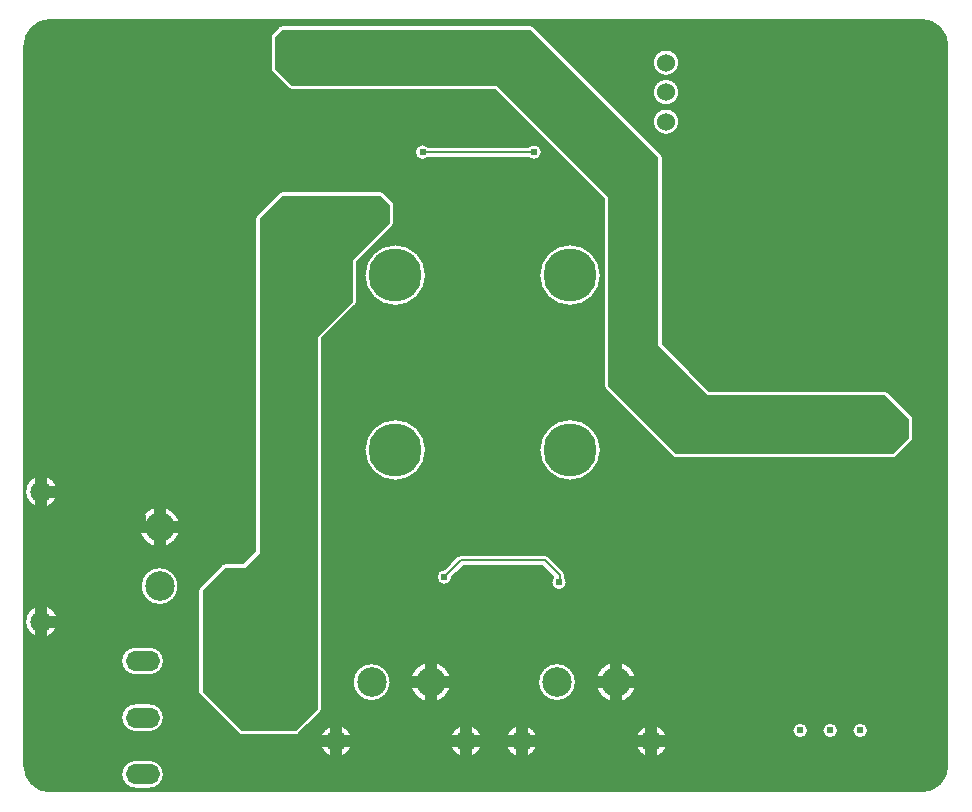
<source format=gbl>
G04 Layer: BottomLayer*
G04 EasyEDA Pro v2.1.21.9b64d12f.b3811b, 2024-07-11 20:19:00*
G04 Gerber Generator version 0.3*
G04 Scale: 100 percent, Rotated: No, Reflected: No*
G04 Dimensions in millimeters*
G04 Leading zeros omitted, absolute positions, 3 integers and 3 decimals*
%FSLAX33Y33*%
%MOMM*%
%ADD8191C,0.203*%
%ADD10C,1.016*%
%ADD11C,1.524*%
%ADD12C,2.5*%
%ADD13C,1.8*%
%ADD14C,4.5*%
%ADD15O,2.9X1.7*%
%ADD16C,0.61*%
%ADD17C,0.2040*%
%ADD18C,0.203*%
G75*


G04 Copper Start*
G36*
G01X38151Y-92098D02*
G02X35969Y-89916I0J2182D01*
G01Y-28956D01*
G02X38151Y-26774I2182J0D01*
G01X111938D01*
G02X114120Y-28956I0J-2182D01*
G01Y-89916D01*
G02X111938Y-92098I-2182J0D01*
G01X38151D01*
G37*
%LPC*%
G36*
G01X90921Y-63787D02*
G03X91174Y-63892I253J253D01*
G01X109536D01*
G03X109789Y-63787I0J358D01*
G01X111138Y-62438D01*
G03X111243Y-62185I-253J253D01*
G01Y-60594D01*
G03X111138Y-60341I-358J0D01*
G01X109086Y-58288D01*
G03X108833Y-58184I-253J-253D01*
G01X93968D01*
G01X90011Y-54227D01*
G01Y-38403D01*
G03X89906Y-38150I-358J0D01*
G01X79098Y-27342D01*
G03X78845Y-27237I-253J-253D01*
G01X57774D01*
G03X57521Y-27342I0J-358D01*
G01X56929Y-27934D01*
G03X56824Y-28188I253J-253D01*
G01Y-30918D01*
G03X56929Y-31171I358J0D01*
G01X58348Y-32590D01*
G03X58601Y-32695I253J253D01*
G01X75829D01*
G01X85036Y-41902D01*
G01Y-57754D01*
G03X85141Y-58007I358J0D01*
G01X90921Y-63787D01*
G37*
G36*
G01X54103Y-87248D02*
G03X54356Y-87353I253J253D01*
G01X58928D01*
G03X59181Y-87248I0J358D01*
G01X61086Y-85343D01*
G03X61191Y-85090I-253J253D01*
G01Y-53742D01*
G01X64007Y-50926D01*
G03X64112Y-50673I-253J253D01*
G01Y-47265D01*
G01X67174Y-44203D01*
G03X67279Y-43950I-253J253D01*
G01Y-42443D01*
G03X67174Y-42190I-358J0D01*
G01X66387Y-41403D01*
G03X66134Y-41298I-253J-253D01*
G01X57788D01*
G03X57534Y-41403I0J-358D01*
G01X55627Y-43310D01*
G03X55522Y-43564I253J-253D01*
G01Y-71734D01*
G01X54462Y-72794D01*
G01X52959D01*
G03X52706Y-72899I0J-358D01*
G01X50801Y-74804D01*
G03X50696Y-75057I253J-253D01*
G01Y-83693D01*
G03X50801Y-83946I358J0D01*
G01X54103Y-87248D01*
G37*
G36*
G01X80572Y-74402D02*
G03X81234Y-75065I663J0D01*
G03X81897Y-74402I0J663D01*
G03X81740Y-73973I-663J0D01*
G01Y-73787D01*
G03X81605Y-73462I-460J0D01*
G01X80335Y-72192D01*
G03X80010Y-72057I-325J-325D01*
G01X72967D01*
G03X72642Y-72192I0J-460D01*
G01X71545Y-73289D01*
G01X71532D01*
G03X70869Y-73952I0J-663D01*
G03X71532Y-74615I663J0D01*
G03X72195Y-73952I0J663D01*
G01Y-73939D01*
G01X73158Y-72977D01*
G01X79820D01*
G01X80771Y-73928D01*
G03X80572Y-74402I464J-474D01*
G37*
G36*
G01X79561Y-48387D02*
G03X82169Y-50995I2608J0D01*
G03X84777Y-48387I0J2608D01*
G03X82169Y-45779I-2608J0D01*
G03X79561Y-48387I0J-2608D01*
G37*
G36*
G01X82169Y-65795D02*
G03X84777Y-63187I0J2608D01*
G03X82169Y-60579I-2608J0D01*
G03X79561Y-63187I0J-2608D01*
G03X82169Y-65795I2608J0D01*
G37*
G36*
G01X67369Y-50995D02*
G03X69977Y-48387I0J2608D01*
G03X67369Y-45779I-2608J0D01*
G03X64761Y-48387I0J-2608D01*
G03X67369Y-50995I2608J0D01*
G37*
G36*
G01X64761Y-63187D02*
G03X67369Y-65795I2608J0D01*
G03X69977Y-63187I0J2608D01*
G03X67369Y-60579I-2608J0D01*
G03X64761Y-63187I0J-2608D01*
G37*
G36*
G01X78643Y-38433D02*
G03X79121Y-38636I478J460D01*
G03X79784Y-37973I0J663D01*
G03X79121Y-37310I-663J0D01*
G03X78643Y-37513I0J-663D01*
G01X70158D01*
G03X69680Y-37310I-478J-460D01*
G03X69017Y-37973I0J-663D01*
G03X69680Y-38636I663J0D01*
G03X70158Y-38433I0J663D01*
G01X78643D01*
G37*
G36*
G01X70369Y-84579D02*
G03X72104Y-82844I0J1735D01*
G03X70369Y-81109I-1735J0D01*
G03X68634Y-82844I0J-1735D01*
G03X70369Y-84579I1735J0D01*
G37*
G36*
G01X47418Y-71449D02*
G03X49153Y-69714I0J1735D01*
G03X47418Y-67979I-1735J0D01*
G03X45683Y-69714I0J-1735D01*
G03X47418Y-71449I1735J0D01*
G37*
G36*
G01X86066Y-84579D02*
G03X87801Y-82844I0J1735D01*
G03X86066Y-81109I-1735J0D01*
G03X84331Y-82844I0J-1735D01*
G03X86066Y-84579I1735J0D01*
G37*
G36*
G01X47418Y-76322D02*
G03X49026Y-74714I0J1608D01*
G03X47418Y-73106I-1608J0D01*
G03X45810Y-74714I0J-1608D01*
G03X47418Y-76322I1608J0D01*
G37*
G36*
G01X81066Y-84452D02*
G03X82674Y-82844I0J1608D01*
G03X81066Y-81236I-1608J0D01*
G03X79458Y-82844I0J-1608D01*
G03X81066Y-84452I1608J0D01*
G37*
G36*
G01X63761Y-82844D02*
G03X65369Y-84452I1608J0D01*
G03X66977Y-82844I0J1608D01*
G03X65369Y-81236I-1608J0D01*
G03X63761Y-82844I0J-1608D01*
G37*
G36*
G01X44166Y-81052D02*
G03X45374Y-82260I1208J0D01*
G01X46574D01*
G03X47782Y-81052I0J1208D01*
G03X46574Y-79844I-1208J0D01*
G01X45374D01*
G03X44166Y-81052I0J-1208D01*
G37*
G36*
G01X44166Y-90652D02*
G03X45374Y-91860I1208J0D01*
G01X46574D01*
G03X47782Y-90652I0J1208D01*
G03X46574Y-89444I-1208J0D01*
G01X45374D01*
G03X44166Y-90652I0J-1208D01*
G37*
G36*
G01X44166Y-85852D02*
G03X45374Y-87060I1208J0D01*
G01X46574D01*
G03X47782Y-85852I0J1208D01*
G03X46574Y-84644I-1208J0D01*
G01X45374D01*
G03X44166Y-85852I0J-1208D01*
G37*
G36*
G01X87681Y-87844D02*
G03X89066Y-89229I1385J0D01*
G03X90451Y-87844I0J1385D01*
G03X89066Y-86459I-1385J0D01*
G03X87681Y-87844I0J-1385D01*
G37*
G36*
G01X37418Y-79099D02*
G03X38803Y-77714I0J1385D01*
G03X37418Y-76329I-1385J0D01*
G03X36033Y-77714I0J-1385D01*
G03X37418Y-79099I1385J0D01*
G37*
G36*
G01X76681Y-87844D02*
G03X78066Y-89229I1385J0D01*
G03X79451Y-87844I0J1385D01*
G03X78066Y-86459I-1385J0D01*
G03X76681Y-87844I0J-1385D01*
G37*
G36*
G01X60984Y-87844D02*
G03X62369Y-89229I1385J0D01*
G03X63754Y-87844I0J1385D01*
G03X62369Y-86459I-1385J0D01*
G03X60984Y-87844I0J-1385D01*
G37*
G36*
G01X71984Y-87844D02*
G03X73369Y-89229I1385J0D01*
G03X74754Y-87844I0J1385D01*
G03X73369Y-86459I-1385J0D01*
G03X71984Y-87844I0J-1385D01*
G37*
G36*
G01X37418Y-68099D02*
G03X38803Y-66714I0J1385D01*
G03X37418Y-65329I-1385J0D01*
G03X36033Y-66714I0J-1385D01*
G03X37418Y-68099I1385J0D01*
G37*
G36*
G01X89177Y-32893D02*
G03X90297Y-34013I1120J0D01*
G03X91417Y-32893I0J1120D01*
G03X90297Y-31773I-1120J0D01*
G03X89177Y-32893I0J-1120D01*
G37*
G36*
G01X90297Y-31513D02*
G03X91417Y-30393I0J1120D01*
G03X90297Y-29273I-1120J0D01*
G03X89177Y-30393I0J-1120D01*
G03X90297Y-31513I1120J0D01*
G37*
G36*
G01X89177Y-35393D02*
G03X90297Y-36513I1120J0D01*
G03X91417Y-35393I0J1120D01*
G03X90297Y-34273I-1120J0D01*
G03X89177Y-35393I0J-1120D01*
G37*
G36*
G01X106739Y-87599D02*
G03X107402Y-86936I0J663D01*
G03X106739Y-86273I-663J0D01*
G03X106076Y-86936I0J-663D01*
G03X106739Y-87599I663J0D01*
G37*
G36*
G01X104199Y-87599D02*
G03X104862Y-86936I0J663D01*
G03X104199Y-86273I-663J0D01*
G03X103536Y-86936I0J-663D01*
G03X104199Y-87599I663J0D01*
G37*
G36*
G01X100996Y-86936D02*
G03X101659Y-87599I663J0D01*
G03X102322Y-86936I0J663D01*
G03X101659Y-86273I-663J0D01*
G03X100996Y-86936I0J-663D01*
G37*
%LPD*%
G36*
G01X54356Y-86995D02*
G01X51054Y-83693D01*
G01Y-75057D01*
G01X52959Y-73152D01*
G01X54610D01*
G01X55880Y-71882D01*
G01Y-43564D01*
G01X57788Y-41656D01*
G01X66134D01*
G01X66921Y-42443D01*
G01Y-43950D01*
G01X63754Y-47117D01*
G01Y-50673D01*
G01X60833Y-53594D01*
G01Y-85090D01*
G01X58928Y-86995D01*
G01X54356D01*
G37*
G36*
G01X91174Y-63534D02*
G01X85395Y-57754D01*
G01Y-41754D01*
G01X75977Y-32337D01*
G01X58601D01*
G01X57182Y-30918D01*
G01Y-28188D01*
G01X57774Y-27596D01*
G01X78845D01*
G01X89653Y-38403D01*
G01Y-54375D01*
G01X93819Y-58542D01*
G01X108833D01*
G01X110885Y-60594D01*
G01Y-62185D01*
G01X109536Y-63534D01*
G01X91174D01*
G37*
G54D8191*
G01X38151Y-92098D02*
G02X35969Y-89916I0J2182D01*
G01Y-28956D01*
G02X38151Y-26774I2182J0D01*
G01X111938D01*
G02X114120Y-28956I0J-2182D01*
G01Y-89916D01*
G02X111938Y-92098I-2182J0D01*
G01X38151D01*
G01X90921Y-63787D02*
G03X91174Y-63892I253J253D01*
G01X109536D01*
G03X109789Y-63787I0J358D01*
G01X111138Y-62438D01*
G03X111243Y-62185I-253J253D01*
G01Y-60594D01*
G03X111138Y-60341I-358J0D01*
G01X109086Y-58288D01*
G03X108833Y-58184I-253J-253D01*
G01X93968D01*
G01X90011Y-54227D01*
G01Y-38403D01*
G03X89906Y-38150I-358J0D01*
G01X79098Y-27342D01*
G03X78845Y-27237I-253J-253D01*
G01X57774D01*
G03X57521Y-27342I0J-358D01*
G01X56929Y-27934D01*
G03X56824Y-28188I253J-253D01*
G01Y-30918D01*
G03X56929Y-31171I358J0D01*
G01X58348Y-32590D01*
G03X58601Y-32695I253J253D01*
G01X75829D01*
G01X85036Y-41902D01*
G01Y-57754D01*
G03X85141Y-58007I358J0D01*
G01X90921Y-63787D01*
G01X54103Y-87248D02*
G03X54356Y-87353I253J253D01*
G01X58928D01*
G03X59181Y-87248I0J358D01*
G01X61086Y-85343D01*
G03X61191Y-85090I-253J253D01*
G01Y-53742D01*
G01X64007Y-50926D01*
G03X64112Y-50673I-253J253D01*
G01Y-47265D01*
G01X67174Y-44203D01*
G03X67279Y-43950I-253J253D01*
G01Y-42443D01*
G03X67174Y-42190I-358J0D01*
G01X66387Y-41403D01*
G03X66134Y-41298I-253J-253D01*
G01X57788D01*
G03X57534Y-41403I0J-358D01*
G01X55627Y-43310D01*
G03X55522Y-43564I253J-253D01*
G01Y-71734D01*
G01X54462Y-72794D01*
G01X52959D01*
G03X52706Y-72899I0J-358D01*
G01X50801Y-74804D01*
G03X50696Y-75057I253J-253D01*
G01Y-83693D01*
G03X50801Y-83946I358J0D01*
G01X54103Y-87248D01*
G01X80572Y-74402D02*
G03X81234Y-75065I663J0D01*
G03X81897Y-74402I0J663D01*
G03X81740Y-73973I-663J0D01*
G01Y-73787D01*
G03X81605Y-73462I-460J0D01*
G01X80335Y-72192D01*
G03X80010Y-72057I-325J-325D01*
G01X72967D01*
G03X72642Y-72192I0J-460D01*
G01X71545Y-73289D01*
G01X71532D01*
G03X70869Y-73952I0J-663D01*
G03X71532Y-74615I663J0D01*
G03X72195Y-73952I0J663D01*
G01Y-73939D01*
G01X73158Y-72977D01*
G01X79820D01*
G01X80771Y-73928D01*
G03X80572Y-74402I464J-474D01*
G01X79561Y-48387D02*
G03X82169Y-50995I2608J0D01*
G03X84777Y-48387I0J2608D01*
G03X82169Y-45779I-2608J0D01*
G03X79561Y-48387I0J-2608D01*
G01X82169Y-65795D02*
G03X84777Y-63187I0J2608D01*
G03X82169Y-60579I-2608J0D01*
G03X79561Y-63187I0J-2608D01*
G03X82169Y-65795I2608J0D01*
G01X67369Y-50995D02*
G03X69977Y-48387I0J2608D01*
G03X67369Y-45779I-2608J0D01*
G03X64761Y-48387I0J-2608D01*
G03X67369Y-50995I2608J0D01*
G01X64761Y-63187D02*
G03X67369Y-65795I2608J0D01*
G03X69977Y-63187I0J2608D01*
G03X67369Y-60579I-2608J0D01*
G03X64761Y-63187I0J-2608D01*
G01X78643Y-38433D02*
G03X79121Y-38636I478J460D01*
G03X79784Y-37973I0J663D01*
G03X79121Y-37310I-663J0D01*
G03X78643Y-37513I0J-663D01*
G01X70158D01*
G03X69680Y-37310I-478J-460D01*
G03X69017Y-37973I0J-663D01*
G03X69680Y-38636I663J0D01*
G03X70158Y-38433I0J663D01*
G01X78643D01*
G01X70369Y-84579D02*
G03X72104Y-82844I0J1735D01*
G03X70369Y-81109I-1735J0D01*
G03X68634Y-82844I0J-1735D01*
G03X70369Y-84579I1735J0D01*
G01X47418Y-71449D02*
G03X49153Y-69714I0J1735D01*
G03X47418Y-67979I-1735J0D01*
G03X45683Y-69714I0J-1735D01*
G03X47418Y-71449I1735J0D01*
G01X86066Y-84579D02*
G03X87801Y-82844I0J1735D01*
G03X86066Y-81109I-1735J0D01*
G03X84331Y-82844I0J-1735D01*
G03X86066Y-84579I1735J0D01*
G01X47418Y-76322D02*
G03X49026Y-74714I0J1608D01*
G03X47418Y-73106I-1608J0D01*
G03X45810Y-74714I0J-1608D01*
G03X47418Y-76322I1608J0D01*
G01X81066Y-84452D02*
G03X82674Y-82844I0J1608D01*
G03X81066Y-81236I-1608J0D01*
G03X79458Y-82844I0J-1608D01*
G03X81066Y-84452I1608J0D01*
G01X63761Y-82844D02*
G03X65369Y-84452I1608J0D01*
G03X66977Y-82844I0J1608D01*
G03X65369Y-81236I-1608J0D01*
G03X63761Y-82844I0J-1608D01*
G01X44166Y-81052D02*
G03X45374Y-82260I1208J0D01*
G01X46574D01*
G03X47782Y-81052I0J1208D01*
G03X46574Y-79844I-1208J0D01*
G01X45374D01*
G03X44166Y-81052I0J-1208D01*
G01X44166Y-90652D02*
G03X45374Y-91860I1208J0D01*
G01X46574D01*
G03X47782Y-90652I0J1208D01*
G03X46574Y-89444I-1208J0D01*
G01X45374D01*
G03X44166Y-90652I0J-1208D01*
G01X44166Y-85852D02*
G03X45374Y-87060I1208J0D01*
G01X46574D01*
G03X47782Y-85852I0J1208D01*
G03X46574Y-84644I-1208J0D01*
G01X45374D01*
G03X44166Y-85852I0J-1208D01*
G01X87681Y-87844D02*
G03X89066Y-89229I1385J0D01*
G03X90451Y-87844I0J1385D01*
G03X89066Y-86459I-1385J0D01*
G03X87681Y-87844I0J-1385D01*
G01X37418Y-79099D02*
G03X38803Y-77714I0J1385D01*
G03X37418Y-76329I-1385J0D01*
G03X36033Y-77714I0J-1385D01*
G03X37418Y-79099I1385J0D01*
G01X76681Y-87844D02*
G03X78066Y-89229I1385J0D01*
G03X79451Y-87844I0J1385D01*
G03X78066Y-86459I-1385J0D01*
G03X76681Y-87844I0J-1385D01*
G01X60984Y-87844D02*
G03X62369Y-89229I1385J0D01*
G03X63754Y-87844I0J1385D01*
G03X62369Y-86459I-1385J0D01*
G03X60984Y-87844I0J-1385D01*
G01X71984Y-87844D02*
G03X73369Y-89229I1385J0D01*
G03X74754Y-87844I0J1385D01*
G03X73369Y-86459I-1385J0D01*
G03X71984Y-87844I0J-1385D01*
G01X37418Y-68099D02*
G03X38803Y-66714I0J1385D01*
G03X37418Y-65329I-1385J0D01*
G03X36033Y-66714I0J-1385D01*
G03X37418Y-68099I1385J0D01*
G01X89177Y-32893D02*
G03X90297Y-34013I1120J0D01*
G03X91417Y-32893I0J1120D01*
G03X90297Y-31773I-1120J0D01*
G03X89177Y-32893I0J-1120D01*
G01X90297Y-31513D02*
G03X91417Y-30393I0J1120D01*
G03X90297Y-29273I-1120J0D01*
G03X89177Y-30393I0J-1120D01*
G03X90297Y-31513I1120J0D01*
G01X89177Y-35393D02*
G03X90297Y-36513I1120J0D01*
G03X91417Y-35393I0J1120D01*
G03X90297Y-34273I-1120J0D01*
G03X89177Y-35393I0J-1120D01*
G01X106739Y-87599D02*
G03X107402Y-86936I0J663D01*
G03X106739Y-86273I-663J0D01*
G03X106076Y-86936I0J-663D01*
G03X106739Y-87599I663J0D01*
G01X104199Y-87599D02*
G03X104862Y-86936I0J663D01*
G03X104199Y-86273I-663J0D01*
G03X103536Y-86936I0J-663D01*
G03X104199Y-87599I663J0D01*
G01X100996Y-86936D02*
G03X101659Y-87599I663J0D01*
G03X102322Y-86936I0J663D01*
G03X101659Y-86273I-663J0D01*
G03X100996Y-86936I0J-663D01*
G54D10*
G01X37418Y-77714D02*
G01X37418Y-76428D01*
G01X37418Y-77714D02*
G01X37418Y-79000D01*
G01X37418Y-77714D02*
G01X38704Y-77714D01*
G01X37418Y-66714D02*
G01X37418Y-65428D01*
G01X37418Y-66714D02*
G01X37418Y-68000D01*
G01X37418Y-66714D02*
G01X38704Y-66714D01*
G01X47418Y-69714D02*
G01X47418Y-68078D01*
G01X47418Y-69714D02*
G01X47418Y-71350D01*
G01X47418Y-69714D02*
G01X49054Y-69714D01*
G01X47418Y-69714D02*
G01X45782Y-69714D01*
G01X62369Y-87844D02*
G01X61083Y-87844D01*
G01X62369Y-87844D02*
G01X63655Y-87844D01*
G01X62369Y-87844D02*
G01X62369Y-86558D01*
G01X62369Y-87844D02*
G01X62369Y-89130D01*
G01X70369Y-82844D02*
G01X68733Y-82844D01*
G01X70369Y-82844D02*
G01X72005Y-82844D01*
G01X70369Y-82844D02*
G01X70369Y-81208D01*
G01X70369Y-82844D02*
G01X70369Y-84480D01*
G01X73369Y-87844D02*
G01X72083Y-87844D01*
G01X73369Y-87844D02*
G01X74655Y-87844D01*
G01X73369Y-87844D02*
G01X73369Y-86558D01*
G01X73369Y-87844D02*
G01X73369Y-89130D01*
G01X78066Y-87844D02*
G01X76780Y-87844D01*
G01X78066Y-87844D02*
G01X79352Y-87844D01*
G01X78066Y-87844D02*
G01X78066Y-86558D01*
G01X78066Y-87844D02*
G01X78066Y-89130D01*
G01X86066Y-82844D02*
G01X84430Y-82844D01*
G01X86066Y-82844D02*
G01X87702Y-82844D01*
G01X86066Y-82844D02*
G01X86066Y-81208D01*
G01X86066Y-82844D02*
G01X86066Y-84480D01*
G01X89066Y-87844D02*
G01X87780Y-87844D01*
G01X89066Y-87844D02*
G01X90352Y-87844D01*
G01X89066Y-87844D02*
G01X89066Y-86558D01*
G01X89066Y-87844D02*
G01X89066Y-89130D01*
G04 Copper End*

G04 Pad Start*
G54D11*
G01X90297Y-32893D03*
G01X90297Y-30393D03*
G01X90297Y-35393D03*
G54D12*
G01X47418Y-69714D03*
G01X47418Y-74714D03*
G54D13*
G01X37418Y-77714D03*
G01X37418Y-66714D03*
G01X62369Y-87844D03*
G01X73369Y-87844D03*
G54D12*
G01X70369Y-82844D03*
G01X65369Y-82844D03*
G54D13*
G01X78066Y-87844D03*
G01X89066Y-87844D03*
G54D12*
G01X86066Y-82844D03*
G01X81066Y-82844D03*
G54D14*
G01X82169Y-63187D03*
G01X67369Y-63187D03*
G01X67369Y-48387D03*
G01X82169Y-48387D03*
G54D15*
G01X45974Y-81052D03*
G01X45974Y-85852D03*
G01X45974Y-90652D03*
G04 Pad End*

G04 Via Start*
G54D16*
G01X71532Y-73952D03*
G01X81234Y-74402D03*
G01X69680Y-37973D03*
G01X79121Y-37973D03*
G01X94107Y-61595D03*
G01X94107Y-62864D03*
G01X96647Y-62864D03*
G01X96647Y-62864D03*
G01X96647Y-61594D03*
G01X99187Y-61594D03*
G01X99187Y-62864D03*
G01X91567Y-62864D03*
G01X91567Y-61594D03*
G01X58547Y-28702D03*
G01X61087Y-28702D03*
G01X63627Y-28702D03*
G01X66167Y-28702D03*
G01X58547Y-31242D03*
G01X58547Y-29972D03*
G01X61087Y-29972D03*
G01X63627Y-29972D03*
G01X66167Y-29972D03*
G01X61087Y-31242D03*
G01X63627Y-31242D03*
G01X66167Y-31242D03*
G01X58801Y-42418D03*
G01X61341Y-42418D03*
G01X63881Y-42418D03*
G01X66421Y-42418D03*
G01X58801Y-44958D03*
G01X58801Y-43688D03*
G01X61341Y-43688D03*
G01X63881Y-43688D03*
G01X66421Y-43688D03*
G01X61341Y-44958D03*
G01X63881Y-44958D03*
G01X58801Y-46228D03*
G01X61341Y-46228D03*
G01X63881Y-46228D03*
G01X68199Y-42037D03*
G01X56743Y-35334D03*
G01X58013Y-35334D03*
G01X56743Y-37874D03*
G01X58013Y-37874D03*
G01X39116Y-42672D03*
G01X39116Y-37592D03*
G01X39116Y-32512D03*
G01X41656Y-42672D03*
G01X41656Y-37592D03*
G01X41656Y-32512D03*
G01X44196Y-42672D03*
G01X44196Y-37592D03*
G01X44196Y-32512D03*
G01X46736Y-42672D03*
G01X46736Y-37592D03*
G01X46736Y-32512D03*
G01X49276Y-42672D03*
G01X49276Y-37592D03*
G01X49276Y-32512D03*
G01X96579Y-42672D03*
G01X96579Y-37592D03*
G01X96579Y-32512D03*
G01X99119Y-42672D03*
G01X99119Y-37592D03*
G01X99119Y-32512D03*
G01X101659Y-42672D03*
G01X101659Y-37592D03*
G01X101659Y-32512D03*
G01X104199Y-42672D03*
G01X104199Y-37592D03*
G01X104199Y-32512D03*
G01X106739Y-42672D03*
G01X106739Y-37592D03*
G01X106739Y-32512D03*
G01X109279Y-42672D03*
G01X109279Y-37592D03*
G01X109279Y-32512D03*
G01X111819Y-42672D03*
G01X111819Y-37592D03*
G01X111819Y-32512D03*
G01X78359Y-56388D03*
G01X78359Y-57658D03*
G01X79629Y-57658D03*
G01X79629Y-56388D03*
G01X66548Y-57658D03*
G01X67818Y-57658D03*
G01X66548Y-59563D03*
G01X67818Y-59563D03*
G01X69977Y-51054D03*
G01X72517Y-51054D03*
G01X72517Y-48514D03*
G01X75057Y-51054D03*
G01X75057Y-48514D03*
G01X77597Y-51054D03*
G01X77597Y-48514D03*
G01X80137Y-51054D03*
G01X65532Y-70993D03*
G01X68072Y-70993D03*
G01X70612Y-70993D03*
G01X73152Y-70993D03*
G01X75692Y-70993D03*
G01X78232Y-78613D03*
G01X78232Y-73533D03*
G01X78232Y-70993D03*
G01X80772Y-70993D03*
G01X78232Y-80518D03*
G01X69432Y-80668D03*
G01X66892Y-80668D03*
G01X64352Y-80668D03*
G01X40948Y-76581D03*
G01X40948Y-74041D03*
G01X40948Y-71501D03*
G01X40948Y-68961D03*
G01X40948Y-66421D03*
G01X46028Y-71501D03*
G01X46028Y-68961D03*
G01X46028Y-66421D03*
G01X51108Y-71501D03*
G01X51108Y-68961D03*
G01X51108Y-66421D03*
G01X96579Y-86936D03*
G01X96579Y-81856D03*
G01X96579Y-76776D03*
G01X96579Y-71696D03*
G01X96579Y-66616D03*
G01X99119Y-86936D03*
G01X99119Y-81856D03*
G01X99119Y-76776D03*
G01X99119Y-71696D03*
G01X99119Y-66616D03*
G01X101659Y-81856D03*
G01X101659Y-76776D03*
G01X101659Y-71696D03*
G01X101659Y-66616D03*
G01X104199Y-81856D03*
G01X104199Y-76776D03*
G01X104199Y-71696D03*
G01X104199Y-66616D03*
G01X106739Y-81856D03*
G01X106739Y-76776D03*
G01X106739Y-71696D03*
G01X106739Y-66616D03*
G01X109279Y-86936D03*
G01X109279Y-81856D03*
G01X109279Y-76776D03*
G01X109279Y-71696D03*
G01X109279Y-66616D03*
G01X111819Y-86936D03*
G01X111819Y-81856D03*
G01X111819Y-76776D03*
G01X111819Y-71696D03*
G01X111819Y-66616D03*
G01X53594Y-84455D03*
G01X53594Y-81915D03*
G01X53594Y-79375D03*
G01X53594Y-76835D03*
G01X53594Y-74295D03*
G01X56134Y-84455D03*
G01X56134Y-81915D03*
G01X56134Y-79375D03*
G01X56134Y-76835D03*
G01X56134Y-74295D03*
G01X58674Y-84455D03*
G01X58674Y-81915D03*
G01X58674Y-79375D03*
G01X58674Y-76835D03*
G01X58674Y-74295D03*
G01X101659Y-86936D03*
G01X104199Y-86936D03*
G01X106739Y-86936D03*
G04 Via End*

G04 Track Start*
G54D18*
G01X71532Y-73952D02*
G01X72967Y-72517D01*
G01X81280Y-74422D02*
G01X81280Y-73787D01*
G01X80010Y-72517D01*
G01X72967D01*
G01X79121Y-37973D02*
G01X69680Y-37973D01*
G04 Track End*

M02*

</source>
